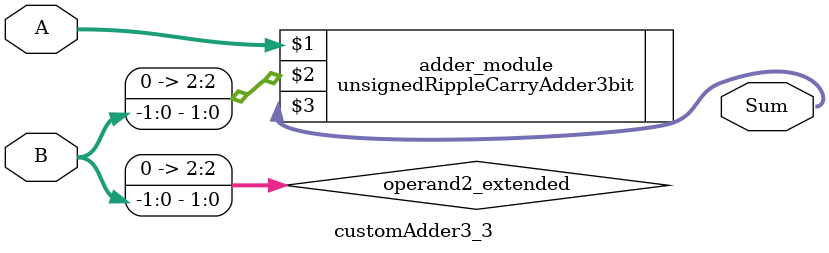
<source format=v>
module customAdder3_3(
                        input [2 : 0] A,
                        input [-1 : 0] B,
                        
                        output [3 : 0] Sum
                );

        wire [2 : 0] operand2_extended;
        
        assign operand2_extended =  {3'b0, B};
        
        unsignedRippleCarryAdder3bit adder_module(
            A,
            operand2_extended,
            Sum
        );
        
        endmodule
        
</source>
